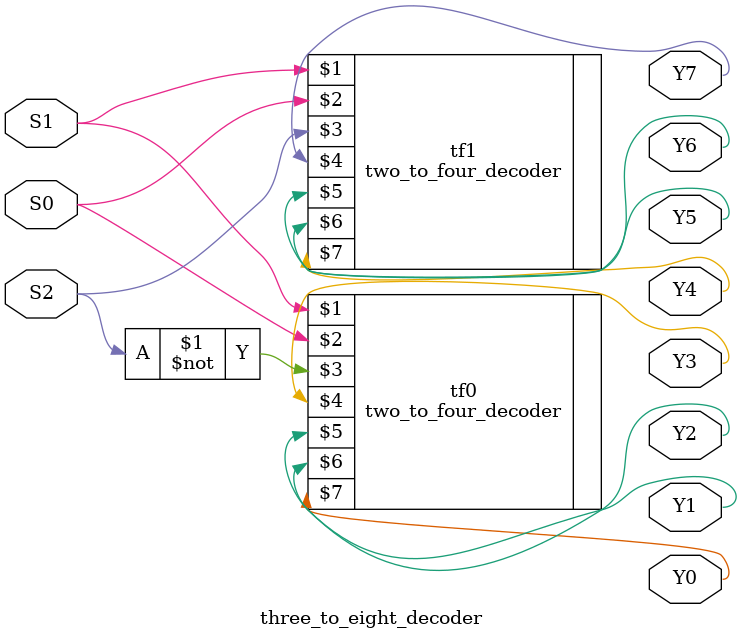
<source format=v>
`include "A1Q3_two_to_four_decoder.v"

module three_to_eight_decoder (input S2, input S1, input S0, output Y7, output Y6, output Y5, output Y4, output Y3, output Y2, output Y1, output Y0);
    
    two_to_four_decoder tf0 (S1, S0, ~S2, Y3, Y2, Y1, Y0);
    two_to_four_decoder tf1 (S1, S0, S2, Y7, Y6, Y5, Y4);

endmodule
</source>
